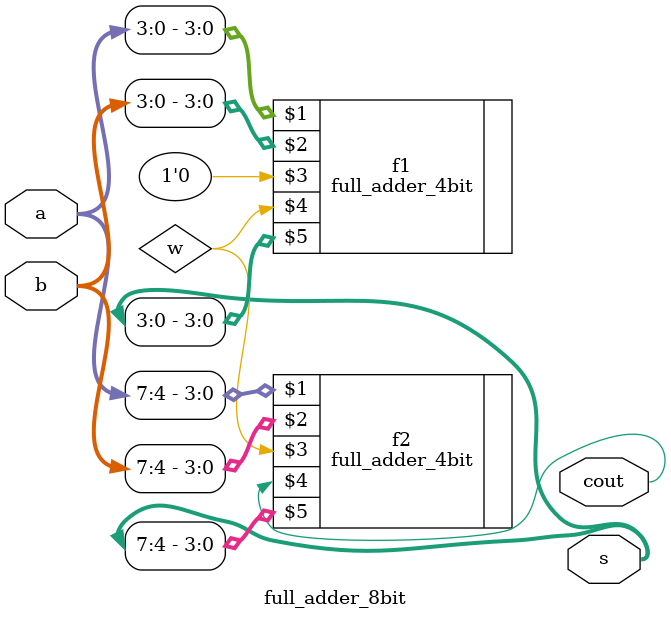
<source format=v>
`timescale 1ns / 1ps
module full_adder_8bit(
    input [7:0] a,
    input [7:0] b,
    output cout,
    output [7:0] s
    );
	wire w;
	full_adder_4bit f1({a[3], a[2],a[1],a[0]},{b[3],b[2], b[1], b[0]},1'b0,w,{s[3], s[2], s[1], s[0]});
	full_adder_4bit f2({a[7], a[6],a[5],a[4]},{b[7],b[6], b[5], b[4]},w,cout,{s[7], s[6], s[5], s[4]});
		

endmodule

</source>
